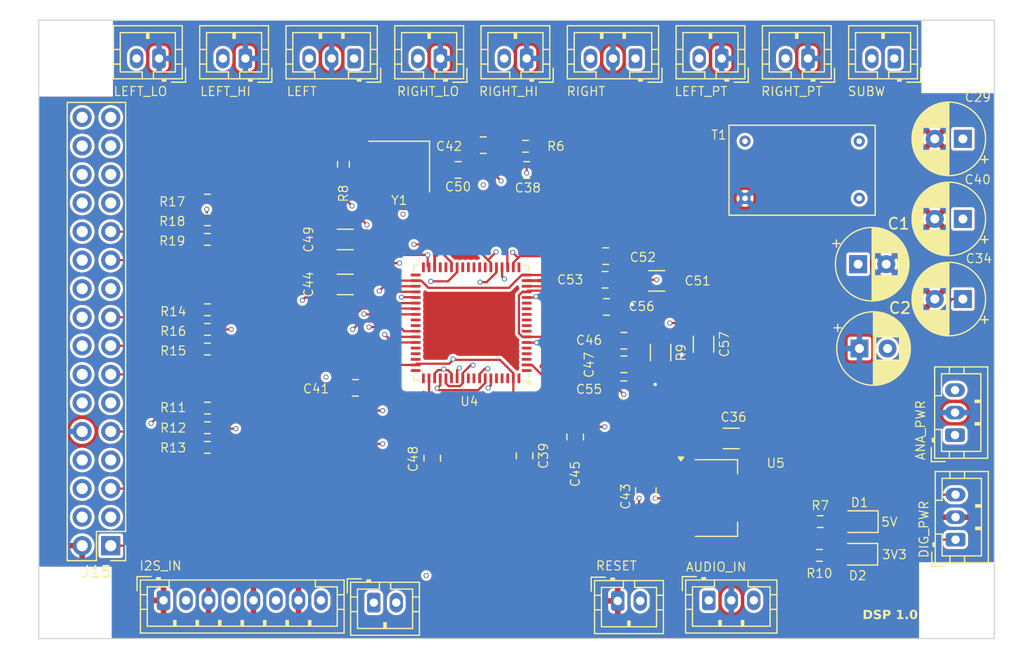
<source format=kicad_pcb>
(kicad_pcb (version 20240108) (generator "pcbnew") (generator_version "8.0")
  (layers (0 "F.Cu" signal) (1 "In1.Cu" signal) (2 "In2.Cu" signal) (31 "B.Cu" signal) (34 "B.Paste" user) (35 "F.Paste" user) (36 "B.SilkS" user "B.Silkscreen") (37 "F.SilkS" user "F.Silkscreen") (38 "B.Mask" user) (39 "F.Mask" user) (44 "Edge.Cuts" user))
  (net 0 "")
  (net 1 "RIGHT_IN")
  (net 2 "LEFT_IN")
  (net 3 "RESET")
  (net 4 "PLL_LF")
  (net 5 "AGND")
  (net 6 "GND")
  (net 7 "3V3")
  (net 8 "5V")
  (net 9 "Net-(D1-A)")
  (net 10 "Net-(D2-A)")
  (net 11 "SUBW_POS")
  (net 12 "SUBW_NEG")
  (net 13 "SDA")
  (net 14 "SCL")
  (net 15 "Net-(U4-LRCLK_OUT0{slash}MP4)")
  (net 16 "CLKOUT")
  (net 17 "LRCLK0")
  (net 18 "BCLK0")
  (net 19 "DATA0")
  (net 20 "LRCLK1")
  (net 21 "DATA1")
  (net 23 "BCLK1")
  (net 24 "DATA2")
  (net 25 "Net-(U4-BCLK_OUT0)")
  (net 26 "LRCLK2")
  (net 27 "BCLK2")
  (net 28 "3V3A")
  (net 32 "V-")
  (net 34 "RIGHT_TWEETER")
  (net 35 "LEFT_WOOFER")
  (net 36 "LEFT_TWEETER")
  (net 37 "RIGHT_WOOFER")
  (net 38 "Net-(U4-XTALIN{slash}MCLK)")
  (net 39 "Net-(C42-Pad1)")
  (net 40 "Net-(C47-Pad2)")
  (net 41 "Net-(U4-XTALOUT)")
  (net 43 "V+")
  (net 44 "SUBWOOFER")
  (net 45 "Net-(U4-SDATA_OUT0)")
  (net 50 "Net-(U4-LRCLK_OUT1{slash}MP5)")
  (net 56 "Net-(U4-BCLK_OUT1)")
  (net 57 "MCLK_IN")
  (net 60 "Net-(U4-SDATA_OUT1)")
  (net 61 "DATA_IN")
  (net 62 "Net-(U4-LRCLK_OUT2{slash}MP8)")
  (net 64 "BCLK_IN")
  (net 67 "Net-(U4-BCLK_OUT2)")
  (net 78 "Net-(U4-SDATA_OUT2)")
  (net 80 "EP")
  (net 81 "1V2")
  (net 82 "LRCLK_IN")
  (footprint "Capacitor_SMD:C_1206_3216Metric_Pad1.33x1.80mm_HandSolder" (layer "F.Cu") (at 86.6989 86.665 180)
    (property "Reference" "C44")
    (property "Value" "10U 10V")
  )
  (footprint "Resistor_SMD:R_0603_1608Metric_Pad0.98x0.95mm_HandSolder" (layer "F.Cu") (at 74.4364 79.165)
    (property "Reference" "R17")
    (property "Value" "22R")
  )
  (footprint "Connector_JST:JST_PH_B2B-PH-K_1x02_P2.00mm_Vertical" (layer "F.Cu") (at 77.8114 66.565 180)
    (property "Reference" "J2" (hide yes))
    (property "Value" "Conn_01x02_Pin")
  )
  (footprint "Connector_JST:JST_PH_B2B-PH-K_1x02_P2.00mm_Vertical" (layer "F.Cu") (at 110.9364 114.815)
    (property "Reference" "J13" (hide yes))
    (property "Value" "Conn_01x02_Pin")
  )
  (footprint "Resistor_SMD:R_0603_1608Metric_Pad0.98x0.95mm_HandSolder" (layer "F.Cu") (at 74.4364 80.9119)
    (property "Reference" "R18")
    (property "Value" "22R")
  )
  (footprint "Capacitor_SMD:C_0805_2012Metric_Pad1.18x1.45mm_HandSolder" (layer "F.Cu") (at 111.4689 95.985)
    (property "Reference" "C55")
    (property "Value" "0.1U")
  )
  (footprint "Capacitor_THT:CP_Radial_D6.3mm_P2.50mm" (layer "F.Cu") (at 132.3188 84.865)
    (property "Reference" "C1")
    (property "Value" "220u")
  )
  (footprint "Capacitor_SMD:C_0805_2012Metric_Pad1.18x1.45mm_HandSolder" (layer "F.Cu") (at 111.4863 93.7738)
    (property "Reference" "C47")
    (property "Value" "56N C0G")
  )
  (footprint "Connector_JST:JST_PH_B2B-PH-K_1x02_P2.00mm_Vertical" (layer "F.Cu") (at 89.2364 114.965)
    (property "Reference" "J11" (hide yes))
    (property "Value" "Conn_01x02_Male")
  )
  (footprint "MountingHole:MountingHole_3.2mm_M3" (layer "F.Cu") (at 61.9364 65.665)
    (property "Reference" "H1" (hide yes))
    (property "Value" "MountingHole")
  )
  (footprint "Capacitor_SMD:C_0805_2012Metric_Pad1.18x1.45mm_HandSolder" (layer "F.Cu") (at 98.9739 74.2775 180)
    (property "Reference" "C42")
    (property "Value" "22p")
  )
  (footprint "Resistor_SMD:R_0603_1608Metric_Pad0.98x0.95mm_HandSolder" (layer "F.Cu") (at 74.4364 101.1588)
    (property "Reference" "R13")
    (property "Value" "22R")
  )
  (footprint "MountingHole:MountingHole_3.2mm_M3" (layer "F.Cu") (at 141.9364 65.665)
    (property "Reference" "H2" (hide yes))
    (property "Value" "MountingHole")
  )
  (footprint "Capacitor_SMD:C_0805_2012Metric_Pad1.18x1.45mm_HandSolder" (layer "F.Cu") (at 102.8364 76.4775 180)
    (property "Reference" "C38")
    (property "Value" "22p")
  )
  (footprint "Custom:DA101C" (layer "F.Cu") (at 127.3364 76.465)
    (property "Reference" "T1")
    (property "Value" "Transformer_1P_1S")
  )
  (footprint "Resistor_SMD:R_1206_3216Metric_Pad1.30x1.75mm_HandSolder" (layer "F.Cu") (at 114.7489 92.7275 -90)
    (property "Reference" "R9")
    (property "Value" "475R")
  )
  (footprint "Capacitor_SMD:C_0805_2012Metric_Pad1.18x1.45mm_HandSolder" (layer "F.Cu") (at 109.9364 88.665)
    (property "Reference" "C56")
    (property "Value" "0.1U")
  )
  (footprint "Connector_JST:JST_PH_B2B-PH-K_1x02_P2.00mm_Vertical" (layer "F.Cu") (at 120.1864 66.565 180)
    (property "Reference" "J7" (hide yes))
    (property "Value" "Conn_01x02_Pin")
  )
  (footprint "Capacitor_THT:CP_Radial_D6.3mm_P2.50mm" (layer "F.Cu") (at 141.6364 73.715 180)
    (property "Reference" "C29")
    (property "Value" "220u")
  )
  (footprint "Connector_JST:JST_PH_B3B-PH-K_1x03_P2.00mm_Vertical" (layer "F.Cu") (at 119.0364 114.765)
    (property "Reference" "J12" (hide yes))
    (property "Value" "Conn_01x03_Pin")
  )
  (footprint "Capacitor_SMD:C_0805_2012Metric_Pad1.18x1.45mm_HandSolder" (layer "F.Cu") (at 109.8689 84.1475)
    (property "Reference" "C52")
    (property "Value" "0.1U")
  )
  (footprint "Resistor_SMD:R_0603_1608Metric_Pad0.98x0.95mm_HandSolder" (layer "F.Cu") (at 128.8739 110.765)
    (property "Reference" "R10")
    (property "Value" "75R")
  )
  (footprint "MountingHole:MountingHole_3.2mm_M3" (layer "F.Cu") (at 141.9364 115.665)
    (property "Reference" "H4" (hide yes))
    (property "Value" "MountingHole")
  )
  (footprint "Resistor_SMD:R_0603_1608Metric_Pad0.98x0.95mm_HandSolder" (layer "F.Cu") (at 74.4364 97.665)
    (property "Reference" "R11")
    (property "Value" "22R")
  )
  (footprint "Connector_JST:JST_PH_B3B-PH-K_1x03_P2.00mm_Vertical" (layer "F.Cu") (at 140.9364 100.065 90)
    (property "Reference" "J16" (hide yes))
    (property "Value" "Conn_01x03_Pin")
  )
  (footprint "Connector_JST:JST_PH_B3B-PH-K_1x03_P2.00mm_Vertical" (layer "F.Cu") (at 87.4864 66.565 180)
    (property "Reference" "J3" (hide yes))
    (property "Value" "Conn_01x03_Pin")
  )
  (footprint "Capacitor_SMD:C_1206_3216Metric_Pad1.33x1.80mm_HandSolder" (layer "F.Cu") (at 121.0364 100.365)
    (property "Reference" "C36")
    (property "Value" "10u")
  )
  (footprint "Capacitor_SMD:C_0805_2012Metric_Pad1.18x1.45mm_HandSolder" (layer "F.Cu") (at 107.1489 100.2275 -90)
    (property "Reference" "C45")
    (property "Value" "0.1U")
  )
  (footprint "Resistor_SMD:R_0603_1608Metric_Pad0.98x0.95mm_HandSolder" (layer "F.Cu") (at 74.4364 90.665)
    (property "Reference" "R16")
    (property "Value" "22R")
  )
  (footprint "Crystal:Crystal_SMD_3225-4Pin_3.2x2.5mm_HandSoldering" (layer "F.Cu") (at 91.4989 76.1775 180)
    (property "Reference" "Y1")
    (property "Value" "24.576Mhz")
  )
  (footprint "Resistor_SMD:R_0603_1608Metric_Pad0.98x0.95mm_HandSolder" (layer "F.Cu") (at 86.5364 75.9775 -90)
    (property "Reference" "R8")
    (property "Value" "4.7K")
  )
  (footprint "Capacitor_THT:CP_Radial_D6.3mm_P2.50mm" (layer "F.Cu") (at 132.4364 92.365)
    (property "Reference" "C2")
    (property "Value" "220u")
  )
  (footprint "Capacitor_SMD:C_1206_3216Metric_Pad1.33x1.80mm_HandSolder" (layer "F.Cu") (at 113.4364 105.465 -90)
    (property "Reference" "C43")
    (property "Value" "10u")
  )
  (footprint "Connector_JST:JST_PH_B8B-PH-K_1x08_P2.00mm_Vertical" (layer "F.Cu") (at 70.5364 114.765)
    (property "Reference" "J14" (hide yes))
    (property "Value" "Conn_01x08_Pin")
  )
  (footprint "Capacitor_SMD:C_1206_3216Metric_Pad1.33x1.80mm_HandSolder" (layer "F.Cu") (at 86.6989 82.665 180)
    (property "Reference" "C49")
    (property "Value" "10U 10V")
  )
  (footprint "Resistor_SMD:R_0603_1608Metric_Pad0.98x0.95mm_HandSolder" (layer "F.Cu") (at 74.4364 88.9181)
    (property "Reference" "R14")
    (property "Value" "22R")
  )
  (footprint "Capacitor_SMD:C_1206_3216Metric_Pad1.33x1.80mm_HandSolder" (layer "F.Cu") (at 118.5689 91.985 -90)
    (property "Reference" "C57")
    (property "Value" "10U")
  )
  (footprint "Capacitor_SMD:C_0805_2012Metric_Pad1.18x1.45mm_HandSolder" (layer "F.Cu") (at 109.8064 86.2475)
    (property "Reference" "C53")
    (property "Value" "0.1U")
  )
  (footprint "Connector_PinHeader_2.54mm:PinHeader_2x16_P2.54mm_Vertical" (layer "F.Cu") (at 65.8364 109.905 180)
    (property "Reference" "J15")
    (property "Value" "Conn_02x16_Odd_Even")
  )
  (footprint "Capacitor_SMD:C_0805_2012Metric_Pad1.18x1.45mm_HandSolder" (layer "F.Cu") (at 87.5989 95.865 180)
    (property "Reference" "C41")
    (property "Value" "0.1U")
  )
  (footprint "Connector_JST:JST_PH_B2B-PH-K_1x02_P2.00mm_Vertical" (layer "F.Cu") (at 70.1364 66.565 180)
    (property "Reference" "J1" (hide yes))
    (property "Value" "Conn_01x02_Pin")
  )
  (footprint "Resistor_SMD:R_0603_1608Metric_Pad0.98x0.95mm_HandSolder" (layer "F.Cu") (at 74.4364 82.6588)
    (property "Reference" "R19")
    (property "Value" "22R")
  )
  (footprint "Resistor_SMD:R_0603_1608Metric_Pad0.98x0.95mm_HandSolder" (layer "F.Cu") (at 74.4364 92.4119)
    (property "Reference" "R15")
    (property "Value" "22R")
  )
  (footprint "MountingHole:MountingHole_3.2mm_M3" (layer "F.Cu") (at 61.9364 115.665)
    (property "Reference" "H3" (hide yes))
    (property "Value" "MountingHole")
  )
  (footprint "Capacitor_THT:CP_Radial_D6.3mm_P2.50mm" (layer "F.Cu") (at 141.6364 80.84 180)
    (property "Reference" "C40")
    (property "Value" "220u")
  )
  (footprint "Resistor_SMD:R_0603_1608Metric_Pad0.98x0.95mm_HandSolder" (layer "F.Cu") (at 74.4364 99.4119)
    (property "Reference" "R12")
    (property "Value" "22R")
  )
  (footprint "Diode_SMD:D_0805_2012Metric" (layer "F.Cu") (at 132.3739 110.665 180)
    (property "Reference" "D2")
    (property "Value" "BLUE")
  )
  (footprint "Connector_JST:JST_PH_B3B-PH-K_1x03_P2.00mm_Vertical" (layer "F.Cu") (at 140.9864 109.365 90)
    (property "Reference" "J10" (hide yes))
    (property "Value" "Conn_01x03_Pin")
  )
  (footprint "Connector_JST:JST_PH_B3B-PH-K_1x03_P2.00mm_Vertical" (layer "F.Cu") (at 112.5114 66.565 180)
    (property "Reference" "J6" (hide yes))
    (property "Value" "Conn_01x03_Pin")
  )
  (footprint "Diode_SMD:D_0805_2012Metric" (layer "F.Cu") (at 132.4114 107.765 180)
    (property "Reference" "D1")
    (property "Value" "PURPLE")
  )
  (footprint "Capacitor_SMD:C_0805_2012Metric_Pad1.18x1.45mm_HandSolder" (layer "F.Cu") (at 94.4364 102.1275 -90)
    (property "Reference" "C48")
    (property "Value" "0.1U")
  )
  (footprint "Connector_JST:JST_PH_B2B-PH-K_1x02_P2.00mm_Vertical" (layer "F.Cu") (at 127.8614 66.565 180)
    (property "Reference" "J8" (hide yes))
    (property "Value" "Conn_01x02_Pin")
  )
  (footprint "Capacitor_SMD:C_0805_2012Metric_Pad1.18x1.45mm_HandSolder" (layer "F.Cu") (at 111.4863 91.6738)
    (property "Reference" "C46")
    (property "Value" "3.3N C0G")
  )
  (footprint "Capacitor_SMD:C_0805_2012Metric_Pad1.18x1.45mm_HandSolder" (layer "F.Cu") (at 102.6489 101.91 -90)
    (property "Reference" "C39")
    (property "Value" "0.1U")
  )
  (footprint "Capacitor_SMD:C_0805_2012Metric_Pad1.18x1.45mm_HandSolder" (layer "F.Cu") (at 96.7364 76.4775 180)
    (property "Reference" "C50")
    (property "Value" "0.1U")
  )
  (footprint "Capacitor_THT:CP_Radial_D6.3mm_P2.50mm" (layer "F.Cu") (at 141.6364 87.965 180)
    (property "Reference" "C34")
    (property "Value" "220u")
  )
  (footprint "Capacitor_SMD:C_1206_3216Metric_Pad1.33x1.80mm_HandSolder" (layer "F.Cu") (at 114.4064 86.3475)
    (property "Reference" "C51")
    (property "Value" "10U 10V")
  )
  (footprint "Package_TO_SOT_SMD:SOT-223-3_TabPin2" (layer "F.Cu") (at 119.6864 105.665)
    (property "Reference" "U5")
    (property "Value" "ZLDO1117QG33TA")
  )
  (footprint "Connector_JST:JST_PH_B2B-PH-K_1x02_P2.00mm_Vertical" (layer "F.Cu") (at 135.5364 66.565 180)
    (property "Reference" "J9" (hide yes))
    (property "Value" "Conn_01x02_Pin")
  )
  (footprint "Package_CSP:LFCSP-72-1EP_10x10mm_P0.5mm_EP5.3x5.3mm" (layer "F.Cu") (at 97.8989 90.0775 180)
    (property "Reference" "U4")
    (property "Value" "ADAU1452")
  )
  (footprint "Connector_JST:JST_PH_B2B-PH-K_1x02_P2.00mm_Vertical" (layer "F.Cu") (at 95.1614 66.565 180)
    (property "Reference" "J4" (hide yes))
    (property "Value" "Conn_01x02_Pin")
  )
  (footprint "Resistor_SMD:R_0603_1608Metric_Pad0.98x0.95mm_HandSolder" (layer "F.Cu") (at 102.7364 74.3775 180)
    (property "Reference" "R6")
    (property "Value" "100R")
  )
  (footprint "Connector_JST:JST_PH_B2B-PH-K_1x02_P2.00mm_Vertical" (layer "F.Cu") (at 102.8364 66.565 180)
    (property "Reference" "J5" (hide yes))
    (property "Value" "Conn_01x02_Pin")
  )
  (footprint "Resistor_SMD:R_0603_1608Metric_Pad0.98x0.95mm_HandSolder" (layer "F.Cu") (at 128.9489 107.765)
    (property "Reference" "R7")
    (property "Value" "300R")
  )
  (gr_line (start 59.4364 108.165) (end 59.4364 63.165) (stroke (width 0.1)) (layer "Edge.Cuts"))
  (gr_line (start 59.4364 118.165) (end 59.4364 108.165) (stroke (width 0.1)) (layer "Edge.Cuts"))
  (gr_line (start 144.4364 118.165) (end 144.4364 63.165) (stroke (width 0.1)) (layer "Edge.Cuts"))
  (gr_line (start 59.4364 63.165) (end 144.4364 63.165) (stroke (width 0.1)) (layer "Edge.Cuts"))
  (gr_line (start 59.4364 118.165) (end 144.4364 118.165) (stroke (width 0.1)) (layer "Edge.Cuts"))
  (gr_text "SUBW" (at 131.3364 69.965 0) (layer "F.SilkS") (effects (font (size 0.8 0.8) (thickness 0.1)) (justify left bottom)))
  (gr_text "DSP 1.0" (at 137.6364 116.565 0) (layer "F.SilkS") (effects (font (size 0.8 0.8) (thickness 0.1) (bold yes)) (justify right bottom)))
  (gr_text "LEFT" (at 81.4364 69.965 0) (layer "F.SilkS") (effects (font (size 0.8 0.8) (thickness 0.1)) (justify left bottom)))
  (gr_text "DIG_PWR" (at 138.6364 111.065 90) (layer "F.SilkS") (effects (font (size 0.8 0.8) (thickness 0.1)) (justify left bottom)))
  (gr_text "RIGHT_PT" (at 123.6364 69.965 0) (layer "F.SilkS") (effects (font (size 0.8 0.8) (thickness 0.1)) (justify left bottom)))
  (gr_text "RIGHT_LO" (at 91.2364 69.965 0) (layer "F.SilkS") (effects (font (size 0.8 0.8) (thickness 0.1)) (justify left bottom)))
  (gr_text "3V3" (at 134.3739 111.165 0) (layer "F.SilkS") (effects (font (size 0.8 0.8) (thickness 0.1)) (justify left bottom)))
  (gr_text "LEFT_HI" (at 73.7364 69.965 0) (layer "F.SilkS") (effects (font (size 0.8 0.8) (thickness 0.1)) (justify left bottom)))
  (gr_text "RIGHT_HI" (at 98.5364 69.965 0) (layer "F.SilkS") (effects (font (size 0.8 0.8) (thickness 0.1)) (justify left bottom)))
  (gr_text "AUDIO_IN" (at 116.9364 112.265 0) (layer "F.SilkS") (effects (font (size 0.8 0.8) (thickness 0.1)) (justify left bottom)))
  (gr_text "ANA_PWR" (at 138.3364 102.365 90) (layer "F.SilkS") (effects (font (size 0.8 0.8) (thickness 0.1)) (justify left bottom)))
  (gr_text "LEFT_PT" (at 115.9364 69.965 0) (layer "F.SilkS") (effects (font (size 0.8 0.8) (thickness 0.1)) (justify left bottom)))
  (gr_text "5V" (at 134.3114 108.265 0) (layer "F.SilkS") (effects (font (size 0.8 0.8) (thickness 0.1)) (justify left bottom)))
  (gr_text "RIGHT" (at 106.3364 69.965 0) (layer "F.SilkS") (effects (font (size 0.8 0.8) (thickness 0.1)) (justify left bottom)))
  (gr_text "I2S_IN" (at 68.3364 112.165 0) (layer "F.SilkS") (effects (font (size 0.8 0.8) (thickness 0.1)) (justify left bottom)))
  (gr_text "LEFT_LO" (at 66.0364 69.965 0) (layer "F.SilkS") (effects (font (size 0.8 0.8) (thickness 0.1)) (justify left bottom)))
  (gr_text "RESET" (at 108.9364 112.165 0) (layer "F.SilkS") (effects (font (size 0.8 0.8) (thickness 0.1)) (justify left bottom)))
  (segment (start 99.4002 84.495) (end 100.1216 83.7736) (width 0.2) (layer "F.Cu") (net 3))
  (segment (start 94.8481 79.9429) (end 89.5893 79.9429) (width 0.2) (layer "F.Cu") (net 3))
  (segment (start 89.5893 79.9429) (end 86.5364 76.89) (width 0.2) (layer "F.Cu") (net 3))
  (segment (start 99.6489 84.7437) (end 99.4002 84.495) (width 0.2) (layer "F.Cu") (net 3))
  (segment (start 99.4002 84.495) (end 94.8481 79.9429) (width 0.2) (layer "F.Cu") (net 3))
  (segment (start 99.6489 85.14) (end 99.6489 84.7437) (width 0.2) (layer "F.Cu") (net 3))
  (via (at 100.1216 83.7736) (size 0.45) (drill 0.3) (layers "F.Cu" "B.Cu") (net 3))
  (segment (start 108.5492 87.5801) (end 107.7966 86.8275) (width 0.2) (layer "F.Cu") (net 4))
  (segment (start 110.4488 93.7738) (end 110.4488 91.6738) (width 0.2) (layer "F.Cu") (net 4))
  (segment (start 110.4488 91.6738) (end 109.9364 91.1614) (width 0.2) (layer "F.Cu") (net 4))
  (segment (start 109.9364 88.1417) (end 109.3748 87.5801) (width 0.2) (layer "F.Cu") (net 4))
  (segment (start 109.3748 87.5801) (end 108.5492 87.5801) (width 0.2) (layer "F.Cu") (net 4))
  (segment (start 109.9364 91.1614) (end 109.9364 88.1417) (width 0.2) (layer "F.Cu") (net 4))
  (segment (start 107.7966 86.8275) (end 102.8364 86.8275) (width 0.2) (layer "F.Cu") (net 4))
  (segment (start 111.1819 88.457) (end 110.9739 88.665) (width 0.2) (layer "F.Cu") (net 5))
  (segment (start 102.8364 87.8275) (end 103.5828 87.8275) (width 0.2) (layer "F.Cu") (net 5))
  (segment (start 102.8502 91.8413) (end 103.7275 91.8413) (width 0.2) (layer "F.Cu") (net 5))
  (segment (start 117.8944 92.873) (end 118.5689 93.5475) (width 0.2) (layer "F.Cu") (net 5))
  (segment (start 116.628 92.873) (end 117.8944 92.873) (width 0.2) (layer "F.Cu") (net 5))
  (segment (start 114.2679 95.5567) (end 112.9347 95.5567) (width 0.2) (layer "F.Cu") (net 5))
  (segment (start 112.2413 88.457) (end 111.1819 88.457) (width 0.2) (layer "F.Cu") (net 5))
  (segment (start 112.9347 95.5567) (end 112.5064 95.985) (width 0.2) (layer "F.Cu") (net 5))
  (segment (start 102.8364 91.8275) (end 102.8502 91.8413) (width 0.2) (layer "F.Cu") (net 5))
  (segment (start 103.5828 87.8275) (end 103.6664 87.7439) (width 0.2) (layer "F.Cu") (net 5))
  (via (at 103.6664 87.7439) (size 0.45) (drill 0.3) (layers "F.Cu" "B.Cu") (net 5))
  (via (at 114.2679 95.5567) (size 0.45) (drill 0.3) (layers "F.Cu" "B.Cu") (net 5))
  (via (at 103.7275 91.8413) (size 0.45) (drill 0.3) (layers "F.Cu" "B.Cu") (net 5))
  (via (at 112.2413 88.457) (size 0.45) (drill 0.3) (layers "F.Cu" "B.Cu") (net 5))
  (via (at 116.628 92.873) (size 0.45) (drill 0.3) (layers "F.Cu" "B.Cu") (net 5))
  (segment (start 104.6156 101.7233) (end 107.1489 99.19) (width 0.2) (layer "F.Cu") (net 7))
  (segment (start 129.3614 109.365) (end 127.9614 110.765) (width 0.2) (layer "F.Cu") (net 7))
  (segment (start 102.8364 85.8275) (end 102.3975 85.8275) (width 0.2) (layer "F.Cu") (net 7))
  (segment (start 113.0201 86.5237) (end 112.8439 86.3475) (width 0.2) (layer "F.Cu") (net 7))
  (segment (start 93.4559 86.3275) (end 92.9614 86.3275) (width 0.2) (layer "F.Cu") (net 7))
  (segment (start 94.1489 100.8025) (end 94.4364 101.09) (width 0.2) (layer "F.Cu") (net 7))
  (segment (start 114.4064 86.249) (end 113.2948 86.249) (width 0.2) (layer "F.Cu") (net 7))
  (segment (start 107.2881 99.3292) (end 107.1489 99.19) (width 0.2) (layer "F.Cu") (net 7))
  (segment (start 85.6214 109.905) (end 94.4364 101.09) (width 0.2) (layer "F.Cu") (net 7))
  (segment (start 95.0697 101.7233) (end 104.6156 101.7233) (width 0.2) (layer "F.Cu") (net 7))
  (segment (start 109.79 85.2264) (end 108.7689 86.2475) (width 0.2) (layer "F.Cu") (net 7))
  (segment (start 65.8364 109.905) (end 85.6214 109.905) (width 0.2) (layer "F.Cu") (net 7))
  (segment (start 94.1489 95.015) (end 94.1489 100.8025) (width 0.2) (layer "F.Cu") (net 7))
  (segment (start 114.7489 91.1775) (end 113.0201 91.1775) (width 0.2) (layer "F.Cu") (net 7))
  (segment (start 113.0201 91.1775) (end 113.0201 86.5237) (width 0.2) (layer "F.Cu") (net 7))
  (segment (start 94.0959 86.9675) (end 93.4559 86.3275) (width 0.2) (layer "F.Cu") (net 7))
  (segment (start 112.8439 86.3475) (end 111.7228 85.2264) (width 0.2) (layer "F.Cu") (net 7))
  (segment (start 101.2575 86.9675) (end 94.0959 86.9675) (width 0.2) (layer "F.Cu") (net 7))
  (segment (start 113.0201 91.1775) (end 112.5238 91.6738) (width 0.2) (layer "F.Cu") (net 7))
  (segment (start 102.8364 93.8275) (end 103.2978 93.8275) (width 0.2) (layer "F.Cu") (net 7))
  (segment (start 109.7837 99.3292) (end 107.2881 99.3292) (width 0.2) (layer "F.Cu") (net 7))
  (segment (start 102.3975 85.8275) (end 101.2575 86.9675) (width 0.2) (layer "F.Cu") (net 7))
  (segment (start 140.9864 109.365) (end 129.3614 109.365) (width 0.2) (layer "F.Cu") (net 7))
  (segment (start 107.1489 97.6786) (end 107.1489 99.19) (width 0.2) (layer "F.Cu") (net 7))
  (segment (start 94.4364 101.09) (end 95.0697 101.7233) (width 0.2) (layer "F.Cu") (net 7))
  (segment (start 103.2978 93.8275) (end 107.1489 97.6786) (width 0.2) (layer "F.Cu") (net 7))
  (segment (start 92.9614 86.3275) (end 88.5989 86.3275) (width 0.2) (layer "F.Cu") (net 7))
  (segment (start 108.3489 85.8275) (end 102.8364 85.8275) (width 0.2) (layer "F.Cu") (net 7))
  (segment (start 108.7689 86.2475) (end 108.3489 85.8275) (width 0.2) (layer "F.Cu") (net 7))
  (segment (start 111.7228 85.2264) (end 109.79 85.2264) (width 0.2) (layer "F.Cu") (net 7))
  (segment (start 113.2948 86.249) (end 113.0201 86.5237) (width 0.2) (layer "F.Cu") (net 7))
  (segment (start 88.5989 86.3275) (end 88.2614 86.665) (width 0.2) (layer "F.Cu") (net 7))
  (via (at 114.4064 86.249) (size 0.45) (drill 0.3) (layers "F.Cu" "B.Cu") (net 7))
  (via (at 109.7837 99.3292) (size 0.45) (drill 0.3) (layers "F.Cu" "B.Cu") (net 7))
  (segment (start 127.8364 107.965) (end 128.0364 107.765) (width 0.2) (layer "F.Cu") (net 8))
  (segment (start 130.4364 105.365) (end 128.0364 107.765) (width 0.2) (layer "F.Cu") (net 8))
  (segment (start 112.8411 105.6905) (end 112.8411 106.4322) (width 0.2) (layer "F.Cu") (net 8))
  (segment (start 112.8411 106.4322) (end 113.4364 107.0275) (width 0.2) (layer "F.Cu") (net 8))
  (segment (start 116.5364 107.965) (end 127.8364 107.965) (width 0.2) (layer "F.Cu") (net 8))
  (segment (start 113.4364 107.0275) (end 114.3739 107.965) (width 0.2) (layer "F.Cu") (net 8))
  (segment (start 114.3739 107.965) (end 116.5364 107.965) (width 0.2) (layer "F.Cu") (net 8))
  (segment (start 140.9864 105.365) (end 130.4364 105.365) (width 0.2) (layer "F.Cu") (net 8))
  (via (at 112.8411 105.6905) (size 0.45) (drill 0.3) (layers "F.Cu" "B.Cu") (net 8))
  (segment (start 131.4739 107.765) (end 129.8614 107.765) (width 0.2) (layer "F.Cu") (net 9))
  (segment (start 131.4364 110.665) (end 129.8864 110.665) (width 0.2) (layer "F.Cu") (net 10))
  (segment (start 129.8864 110.665) (end 129.7864 110.765) (width 0.2) (layer "F.Cu") (net 10))
  (segment (start 95.8288 86.39) (end 94.3046 86.39) (width 0.2) (layer "F.Cu") (net 13))
  (segment (start 96.6489 85.5699) (end 95.8288 86.39) (width 0.2) (layer "F.Cu") (net 13))
  (segment (start 96.6489 85.14) (end 96.6489 85.5699) (width 0.2) (layer "F.Cu") (net 13))
  (via (at 94.3046 86.39) (size 0.45) (drill 0.3) (layers "F.Cu" "B.Cu") (net 13))
  (segment (start 96.1489 84.7121) (end 94.5428 83.106) (width 0.2) (layer "F.Cu") (net 14))
  (segment (start 94.5428 83.106) (end 92.7989 83.106) (width 0.2) (layer "F.Cu") (net 14))
  (segment (start 96.1489 85.14) (end 96.1489 84.7121) (width 0.2) (layer "F.Cu") (net 14))
  (via (at 92.7989 83.106) (size 0.45) (drill 0.3) (layers "F.Cu" "B.Cu") (net 14))
  (segment (start 89.7206 87.249) (end 90.1421 86.8275) (width 0.2) (layer "F.Cu") (net 15))
  (segment (start 90.1421 86.8275) (end 92.9614 86.8275) (width 0.2) (layer "F.Cu") (net 15))
  (segment (start 75.3489 97.665) (end 75.5749 97.891) (width 0.2) (layer "F.Cu") (net 15))
  (segment (start 75.5749 97.891) (end 90.0311 97.891) (width 0.2) (layer "F.Cu") (net 15))
  (via (at 89.7206 87.249) (size 0.45) (drill 0.3) (layers "F.Cu" "B.Cu") (net 15))
  (via (at 90.0311 97.891) (size 0.45) (drill 0.3) (layers "F.Cu" "B.Cu") (net 15))
  (segment (start 98.6908 86.4653) (end 99.2727 86.4653) (width 0.2) (layer "F.Cu") (net 16))
  (segment (start 99.2727 86.4653) (end 100.1489 85.5891) (width 0.2) (layer "F.Cu") (net 16))
  (segment (start 100.1489 85.5891) (end 100.1489 85.14) (width 0.2) (layer "F.Cu") (net 16))
  (via (at 98.6908 86.4653) (size 0.45) (drill 0.3) (layers "F.Cu" "B.Cu") (net 16))
  (segment (start 69.4259 99.019) (end 70.7799 97.665) (width 0.2) (layer "F.Cu") (net 17))
  (segment (start 70.7799 97.665) (end 73.5239 97.665) (width 0.2) (layer "F.Cu") (net 17))
  (via (at 69.4259 99.019) (size 0.45) (drill 0.3) (layers "F.Cu" "B.Cu") (net 17))
  (segment (start 71.0386 104.825) (end 74.2653 101.5983) (width 0.2) (layer "F.Cu") (net 18))
  (segment (start 74.2653 100.1533) (end 73.5239 99.4119) (width 0.2) (layer "F.Cu") (net 18))
  (segment (start 74.2653 101.5983) (end 74.2653 100.1533) (width 0.2) (layer "F.Cu") (net 18))
  (segment (start 65.8364 104.825) (end 71.0386 104.825) (width 0.2) (layer "F.Cu") (net 18))
  (segment (start 72.1101 99.745) (end 73.5239 101.1588) (width 0.2) (layer "F.Cu") (net 19))
  (segment (start 65.8364 99.745) (end 72.1101 99.745) (width 0.2) (layer "F.Cu") (net 19))
  (segment (start 67.3946 91.6685) (end 66.9381 92.125) (width 0.2) (layer "F.Cu") (net 20))
  (segment (start 73.5239 88.9181) (end 74.2891 89.6833) (width 0.2) (layer "F.Cu") (net 20))
  (segment (start 73.7599 91.6685) (end 67.3946 91.6685) (width 0.2) (layer "F.Cu") (net 20))
  (segment (start 74.2891 91.1393) (end 73.7599 91.6685) (width 0.2) (layer "F.Cu") (net 20))
  (segment (start 74.2891 89.6833) (end 74.2891 91.1393) (width 0.2) (layer "F.Cu") (net 20))
  (segment (start 65.8364 92.125) (end 66.9381 92.125) (width 0.2) (layer "F.Cu") (net 20))
  (segment (start 65.8364 89.585) (end 72.4439 89.585) (width 0.2) (layer "F.Cu") (net 21))
  (segment (start 72.4439 89.585) (end 73.5239 90.665) (width 0.2) (layer "F.Cu") (net 21))
  (segment (start 65.8364 94.665) (end 71.2708 94.665) (width 0.2) (layer "F.Cu") (net 23))
  (segment (start 71.2708 94.665) (end 73.5239 92.4119) (width 0.2) (layer "F.Cu") (net 23))
  (segment (start 74.3841 81.7986) (end 74.3841 79.9861) (width 0.2) (layer "F.Cu") (net 24))
  (segment (start 73.5239 82.6588) (end 74.3841 81.7986) (width 0.2) (layer "F.Cu") (net 24))
  (via (at 74.3841 79.9861) (size 0.45) (drill 0.3) (layers "F.Cu" "B.Cu") (net 24))
  (segment (start 90.9156 87.3197) (end 90.4078 87.8275) (width 0.2) (layer "F.Cu") (net 25))
  (segment (start 83.1301 87.8275) (end 82.8785 88.0791) (width 0.2) (layer "F.Cu") (net 25))
  (segment (start 92.9536 87.3197) (end 90.9156 87.3197) (width 0.2) (layer "F.Cu") (net 25))
  (segment (start 75.434 99.497) (end 75.3489 99.4119) (width 0.2) (layer "F.Cu") (net 25))
  (segment (start 76.9643 99.497) (end 75.434 99.497) (width 0.2) (layer "F.Cu") (net 25))
  (segment (start 92.9614 87.3275) (end 92.9536 87.3197) (width 0.2) (layer "F.Cu") (net 25))
  (segment (start 90.4078 87.8275) (end 83.1301 87.8275) (width 0.2) (layer "F.Cu") (net 25))
  (via (at 82.8785 88.0791) (size 0.45) (drill 0.3) (layers "F.Cu" "B.Cu") (net 25))
  (via (at 76.9643 99.497) (size 0.45) (drill 0.3) (layers "F.Cu" "B.Cu") (net 25))
  (segment (start 65.8364 81.965) (end 70.7239 81.965) (width 0.2) (layer "F.Cu") (net 26))
  (segment (start 70.7239 81.965) (end 73.5239 79.165) (width 0.2) (layer "F.Cu") (net 26))
  (segment (start 65.8364 84.505) (end 69.9308 84.505) (width 0.2) (layer "F.Cu") (net 27))
  (segment (start 69.9308 84.505) (end 73.5239 80.9119) (width 0.2) (layer "F.Cu") (net 27))
  (segment (start 110.4417 95.9747) (end 110.4314 95.985) (width 0.2) (layer "F.Cu") (net 28))
  (segment (start 102.8364 91.3274) (end 102.454 91.3274) (width 0.2) (layer "F.Cu") (net 28))
  (segment (start 116.5109 105.6905) (end 116.5364 105.665) (width 0.2) (layer "F.Cu") (net 28))
  (segment (start 102.8364 87.3275) (end 102.9411 87.2228) (width 0.2) (layer "F.Cu") (net 28))
  (segment (start 102.8364 91.3275) (end 105.7739 91.3275) (width 0.2) (layer "F.Cu") (net 28))
  (segment (start 122.5989 105.665) (end 122.5989 100.365) (width 0.2) (layer "F.Cu") (net 28))
  (segment (start 102.454 87.3275) (end 102.8364 87.3275) (width 0.2) (layer "F.Cu") (net 28))
  (segment (start 102.147 87.6345) (end 102.454 87.3275) (width 0.2) (layer "F.Cu") (net 28))
  (segment (start 122.5989 105.665) (end 116.5364 105.665) (width 0.2) (layer "F.Cu") (net 28))
  (segment (start 110.9956 95.9747) (end 110.4417 95.9747) (width 0.2) (layer "F.Cu") (net 28))
  (segment (start 118.2453 90.0989) (end 118.5689 90.4225) (width 0.2) (layer "F.Cu") (net 28))
  (segment (start 102.147 91.0204) (end 102.147 87.6345) (width 0.2) (layer "F.Cu") (net 28))
  (segment (start 141.6364 87.965) (end 140.5847 87.965) (width 0.2) (layer "F.Cu") (net 28))
  (segment (start 115.5697 90.0989) (end 118.2453 90.0989) (width 0.2) (layer "F.Cu") (net 28))
  (segment (start 138.2587 90.4225) (end 118.5689 90.4225) (width 0.2) (layer "F.Cu") (net 28))
  (segment (start 107.4567 87.2228) (end 108.8989 88.665) (width 0.2) (layer "F.Cu") (net 28))
  (segment (start 114.2679 105.6905) (end 116.5109 105.6905) (width 0.2) (layer "F.Cu") (net 28))
  (segment (start 102.454 91.3274) (end 102.147 91.0204) (width 0.2) (layer "F.Cu") (net 28))
  (segment (start 140.5847 87.965) (end 140.5847 88.0965) (width 0.2) (layer "F.Cu") (net 28))
  (segment (start 102.8364 91.3275) (end 102.8364 91.3274) (width 0.2) (layer "F.Cu") (net 28))
  (segment (start 102.9411 87.2228) (end 107.4567 87.2228) (width 0.2) (layer "F.Cu") (net 28))
  (segment (start 140.5847 88.0965) (end 138.2587 90.4225) (width 0.2) (layer "F.Cu") (net 28))
  (segment (start 122.8364 105.665) (end 122.5989 105.665) (width 0.2) (layer "F.Cu") (net 28))
  (segment (start 105.7739 91.3275) (end 110.4314 95.985) (width 0.2) (layer "F.Cu") (net 28))
  (segment (start 111.4689 96.448) (end 110.9956 95.9747) (width 0.2) (layer "F.Cu") (net 28))
  (via (at 111.4689 96.448) (size 0.45) (drill 0.3) (layers "F.Cu" "B.Cu") (net 28))
  (via (at 114.2679 105.6905) (size 0.45) (drill 0.3) (layers "F.Cu" "B.Cu") (net 28))
  (via (at 115.5697 90.0989) (size 0.45) (drill 0.3) (layers "F.Cu" "B.Cu") (net 28))
  (via (at 98.9731 77.807) (size 0.45) (drill 0.3) (layers "F.Cu" "B.Cu") (net 34))
  (via (at 91.8469 80.4196) (size 0.45) (drill 0.3) (layers "F.Cu" "B.Cu") (net 37))
  (segment (start 101.1489 85.14) (end 101.1159 85.107) (width 0.2) (layer "F.Cu") (net 38))
  (segment (start 101.1159 78.4792) (end 101.8722 78.4792) (width 0.2) (layer "F.Cu") (net 38))
  (segment (start 90.0489 77.3275) (end 90.0489 78.4792) (width 0.2) (layer "F.Cu") (net 38))
  (segment (start 101.1159 85.107) (end 101.1159 78.4792) (width 0.2) (layer "F.Cu") (net 38))
  (segment (start 101.8722 78.4792) (end 103.8739 76.4775) (width 0.2) (layer "F.Cu") (net 38))
  (segment (start 90.0489 78.4792) (end 101.1159 78.4792) (width 0.2) (layer "F.Cu") (net 38))
  (segment (start 100.1114 74.3775) (end 100.0114 74.2775) (width 0.2) (layer "F.Cu") (net 39))
  (segment (start 98.9673 75.3216) (end 100.0114 74.2775) (width 0.2) (layer "F.Cu") (net 39))
  (segment (start 94.2506 75.0275) (end 94.5447 75.3216) (width 0.2) (layer "F.Cu") (net 39))
  (segment (start 94.5447 75.3216) (end 98.9673 75.3216) (width 0.2) (layer "F.Cu") (net 39))
  (segment (start 101.8239 74.3775) (end 100.1114 74.3775) (width 0.2) (layer "F.Cu") (net 39))
  (segment (start 92.9489 75.0275) (end 94.2506 75.0275) (width 0.2) (layer "F.Cu") (net 39))
  (segment (start 114.2452 93.7738) (end 112.5238 93.7738) (width 0.2) (layer "F.Cu") (net 40))
  (segment (start 114.7489 94.2775) (end 114.2452 93.7738) (width 0.2) (layer "F.Cu") (net 40))
  (segment (start 100.6489 85.9726) (end 100.6489 85.14) (width 0.2) (layer "F.Cu") (net 41))
  (segment (start 103.6489 74.3775) (end 102.8364 75.19) (width 0.2) (layer "F.Cu") (net 41))
  (segment (start 102.8364 75.19) (end 102.8364 76.7582) (width 0.2) (layer "F.Cu") (net 41))
  (segment (start 100.8573 86.181) (end 100.6489 85.9726) (width 0.2) (layer "F.Cu") (net 41))
  (via (at 100.8573 86.181) (size 0.45) (drill 0.3) (layers "F.Cu" "B.Cu") (net 41))
  (via (at 102.8364 76.7582) (size 0.45) (drill 0.3) (layers "F.Cu" "B.Cu") (net 41))
  (segment (start 75.3489 101.1588) (end 75.6656 100.8421) (width 0.2) (layer "F.Cu") (net 45))
  (segment (start 92.9303 87.7964) (end 92.9614 87.8275) (width 0.2) (layer "F.Cu") (net 45))
  (segment (start 91.7054 87.7964) (end 92.9303 87.7964) (width 0.2) (layer "F.Cu") (net 45))
  (segment (start 75.6656 100.8421) (end 90.0311 100.8421) (width 0.2) (layer "F.Cu") (net 45))
  (via (at 90.0311 100.8421) (size 0.45) (drill 0.3) (layers "F.Cu" "B.Cu") (net 45))
  (via (at 91.7054 87.7964) (size 0.45) (drill 0.3) (layers "F.Cu" "B.Cu") (net 45))
  (segment (start 75.3489 88.9181) (end 83.0278 88.9181) (width 0.2) (layer "F.Cu") (net 50))
  (segment (start 83.0278 88.9181) (end 83.6184 88.3275) (width 0.2) (layer "F.Cu") (net 50))
  (segment (start 83.6184 88.3275) (end 92.9614 88.3275) (width 0.2) (layer "F.Cu") (net 50))
  (segment (start 88.167 88.8089) (end 84.564 92.4119) (width 0.2) (layer "F.Cu") (net 56))
  (segment (start 84.564 92.4119) (end 75.3489 92.4119) (width 0.2) (layer "F.Cu") (net 56))
  (segment (start 92.9428 88.8089) (end 88.167 88.8089) (width 0.2) (layer "F.Cu") (net 56))
  (segment (start 92.9614 88.8275) (end 92.9428 88.8089) (width 0.2) (layer "F.Cu") (net 56))
  (segment (start 88.4062 89.3275) (end 88.3643 89.2856) (width 0.2) (layer "F.Cu") (net 60))
  (segment (start 92.9614 89.3275) (end 88.4062 89.3275) (width 0.2) (layer "F.Cu") (net 60))
  (segment (start 76.5553 90.665) (end 75.3489 90.665) (width 0.2) (layer "F.Cu") (net 60))
  (via (at 76.5553 90.665) (size 0.45) (drill 0.3) (layers "F.Cu" "B.Cu") (net 60))
  (via (at 88.3643 89.2856) (size 0.45) (drill 0.3) (layers "F.Cu" "B.Cu") (net 60))
  (segment (start 96.8865 95.7149) (end 95.9011 95.7149) (width 0.2) (layer "F.Cu") (net 61))
  (segment (start 97.8542 93.8495) (end 97.1489 94.5548) (width 0.2) (layer "F.Cu") (net 61))
  (segment (start 95.6489 95.4627) (end 95.6489 95.015) (width 0.2) (layer "F.Cu") (net 61))
  (segment (start 97.1489 95.4525) (end 96.8865 95.7149) (width 0.2) (layer "F.Cu") (net 61))
  (segment (start 97.1489 95.015) (end 97.1489 95.4525) (width 0.2) (layer "F.Cu") (net 61))
  (segment (start 98.0677 93.8495) (end 97.8542 93.8495) (width 0.2) (layer "F.Cu") (net 61))
  (segment (start 99.4112 95.8748) (end 99.6489 95.6371) (width 0.2) (layer "F.Cu") (net 61))
  (segment (start 99.6489 95.6371) (end 99.6489 95.015) (width 0.2) (layer "F.Cu") (net 61))
  (segment (start 95.9011 95.7149) (end 95.6489 95.4627) (width 0.2) (layer "F.Cu") (net 61))
  (segment (start 97.1489 94.5548) (end 97.1489 95.015) (width 0.2) (layer "F.Cu") (net 61))
  (via (at 98.0677 93.8495) (size 0.45) (drill 0.3) (layers "F.Cu" "B.Cu") (net 61))
  (via (at 99.4112 95.8748) (size 0.45) (drill 0.3) (layers "F.Cu" "B.Cu") (net 61))
  (segment (start 87.3627 90.665) (end 88.0671 89.9606) (width 0.2) (layer "F.Cu") (net 62))
  (segment (start 91.0674 89.9606) (end 91.9343 90.8275) (width 0.2) (layer "F.Cu") (net 62))
  (segment (start 91.9343 90.8275) (end 92.9614 90.8275) (width 0.2) (layer "F.Cu") (net 62))
  (segment (start 88.0671 89.9606) (end 91.0674 89.9606) (width 0.2) (layer "F.Cu") (net 62))
  (segment (start 86.7882 79.165) (end 87.3054 79.6822) (width 0.2) (layer "F.Cu") (net 62))
  (segment (start 75.3489 79.165) (end 86.7882 79.165) (width 0.2) (layer "F.Cu") (net 62))
  (via (at 87.3627 90.665) (size 0.45) (drill 0.3) (layers "F.Cu" "B.Cu") (net 62))
  (via (at 87.3054 79.6822) (size 0.45) (drill 0.3) (layers "F.Cu" "B.Cu") (net 62))
  (segment (start 95.4646 94.1958) (end 95.4646 94.286) (width 0.2) (layer "F.Cu") (net 64))
  (segment (start 95.8271 94.286) (end 95.4646 94.286) (width 0.2) (layer "F.Cu") (net 64))
  (segment (start 99.1151 94.1665) (end 99.376 94.1665) (width 0.2) (layer "F.Cu") (net 64))
  (segment (start 98.6489 94.6327) (end 99.1151 94.1665) (width 0.2) (layer "F.Cu") (net 64))
  (segment (start 96.1489 94.6078) (end 95.8271 94.286) (width 0.2) (layer "F.Cu") (net 64))
  (segment (start 96.1489 95.015) (end 96.1489 94.6078) (width 0.2) (layer "F.Cu") (net 64))
  (segment (start 98.6489 95.015) (end 98.6489 94.6327) (width 0.2) (layer "F.Cu") (net 64))
  (segment (start 94.6489 94.5851) (end 94.6489 95.015) (width 0.2) (layer "F.Cu") (net 64))
  (segment (start 95.4646 94.286) (end 94.948 94.286) (width 0.2) (layer "F.Cu") (net 64))
  (segment (start 94.948 94.286) (end 94.6489 94.5851) (width 0.2) (layer "F.Cu") (net 64))
  (via (at 84.9862 94.906) (size 0.45) (drill 0.3) (layers "F.Cu" "B.Cu") (net 64))
  (via (at 95.4646 94.1958) (size 0.45) (drill 0.3) (layers "F.Cu" "B.Cu") (net 64))
  (via (at 99.376 94.1665) (size 0.45) (drill 0.3) (layers "F.Cu" "B.Cu") (net 64))
  (segment (start 91.6424 91.3275) (end 92.9614 91.3275) (width 0.2) (layer "F.Cu") (net 67))
  (segment (start 88.179 80.9119) (end 88.6307 81.3636) (width 0.2) (layer "F.Cu") (net 67))
  (segment (start 75.3489 80.9119) (end 88.179 80.9119) (width 0.2) (layer "F.Cu") (net 67))
  (segment (start 88.8101 90.4636) (end 90.7785 90.4636) (width 0.2) (layer "F.Cu") (net 67))
  (segment (start 90.7785 90.4636) (end 91.6424 91.3275) (width 0.2) (layer "F.Cu") (net 67))
  (via (at 88.6307 81.3636) (size 0.45) (drill 0.3) (layers "F.Cu" "B.Cu") (net 67))
  (via (at 88.8101 90.4636) (size 0.45) (drill 0.3) (layers "F.Cu" "B.Cu") (net 67))
  (segment (start 77.4592 84.7691) (end 91.5277 84.7691) (width 0.2) (layer "F.Cu") (net 78))
  (segment (start 92.9614 91.8275) (end 90.9206 91.8275) (width 0.2) (layer "F.Cu") (net 78))
  (segment (start 90.9206 91.8275) (end 90.2064 91.1133) (width 0.2) (layer "F.Cu") (net 78))
  (segment (start 75.3489 82.6588) (end 77.4592 84.7691) (width 0.2) (layer "F.Cu") (net 78))
  (via (at 91.5277 84.7691) (size 0.45) (drill 0.3) (layers "F.Cu" "B.Cu") (net 78))
  (via (at 90.2064 91.1133) (size 0.45) (drill 0.3) (layers "F.Cu" "B.Cu") (net 78))
  (segment (start 93.0698 93.7191) (end 95.9436 93.7191) (width 0.2) (layer "F.Cu") (net 81))
  (segment (start 102.6489 100.8725) (end 101.6489 99.8725) (width 0.2) (layer "F.Cu") (net 81))
  (segment (start 94.0284 84.0427) (end 89.6391 84.0427) (width 0.2) (layer "F.Cu") (net 81))
  (segment (start 101.6489 95.015) (end 101.6489 94.5696) (width 0.2) (layer "F.Cu") (net 81))
  (segment (start 101.6489 84.7327) (end 102.0773 84.3043) (width 0.2) (layer "F.Cu") (net 81))
  (segment (start 101.6489 99.8725) (end 101.6489 95.015) (width 0.2) (layer "F.Cu") (net 81))
  (segment (start 95.9436 93.7191) (end 96.2899 93.3728) (width 0.2) (layer "F.Cu") (net 81))
  (segment (start 102.0773 84.3043) (end 102.2341 84.1475) (width 0.2) (layer "F.Cu") (net 81))
  (segment (start 101.5926 83.8196) (end 102.0773 84.3043) (width 0.2) (layer "F.Cu") (net 81))
  (segment (start 101.6489 85.14) (end 101.6489 84.7327) (width 0.2) (layer "F.Cu") (net 81))
  (segment (start 89.6391 84.0427) (end 88.2614 82.665) (width 0.2) (layer "F.Cu") (net 81))
  (segment (start 90.6739 93.8275) (end 88.6364 95.865) (width 0.2) (layer "F.Cu") (net 81))
  (segment (start 94.0284 85.0195) (end 94.1489 85.14) (width 0.2) (layer "F.Cu") (net 81))
  (segment (start 97.7739 76.4775) (end 99.5837 76.4775) (width 0.2) (layer "F.Cu") (net 81))
  (segment (start 94.0284 84.0427) (end 94.0284 85.0195) (width 0.2) (layer "F.Cu") (net 81))
  (segment (start 99.5837 76.4775) (end 100.5666 77.4604) (width 0.2) (layer "F.Cu") (net 81))
  (segment (start 92.9614 93.8275) (end 93.0698 93.7191) (width 0.2) (layer "F.Cu") (net 81))
  (segment (start 100.4521 93.3728) (end 96.2899 93.3728) (width 0.2) (layer "F.Cu") (net 81))
  (segment (start 92.9614 93.8275) (end 90.6739 93.8275) (width 0.2) (layer "F.Cu") (net 81))
  (segment (start 96.2899 93.3728) (end 96.2899 93.311) (width 0.2) (layer "F.Cu") (net 81))
  (segment (start 101.6489 94.5696) (end 100.4521 93.3728) (width 0.2) (layer "F.Cu") (net 81))
  (segment (start 102.2341 84.1475) (end 108.8314 84.1475) (width 0.2) (layer "F.Cu") (net 81))
  (via (at 94.0284 84.0427) (size 0.45) (drill 0.3) (layers "F.Cu" "B.Cu") (net 81))
  (via (at 96.2899 93.311) (size 0.45) (drill 0.3) (layers "F.Cu" "B.Cu") (net 81))
  (via (at 100.5666 77.4604) (size 0.45) (drill 0.3) (layers "F.Cu" "B.Cu") (net 81))
  (via (at 101.5926 83.8196) (size 0.45) (drill 0.3) (layers "F.Cu" "B.Cu") (net 81))
  (segment (start 94.8773 95.9065) (end 95.0377 96.0669) (width 0.2) (layer "F.Cu") (net 82))
  (segment (start 96.6489 95.015) (end 96.6489 94.3027) (width 0.2) (layer "F.Cu") (net 82))
  (segment (start 96.6489 94.3027) (end 96.8517 94.0999) (width 0.2) (layer "F.Cu") (net 82))
  (segment (start 98.5122 96.0669) (end 99.1489 95.4302) (width 0.2) (layer "F.Cu") (net 82))
  (segment (start 99.1489 95.4302) (end 99.1489 95.015) (width 0.2) (layer "F.Cu") (net 82))
  (segment (start 95.1489 95.6349) (end 95.1489 95.015) (width 0.2) (layer "F.Cu") (net 82))
  (segment (start 94.8773 95.9065) (end 95.1489 95.6349) (width 0.2) (layer "F.Cu") (net 82))
  (segment (start 95.0377 96.0669) (end 98.5122 96.0669) (width 0.2) (layer "F.Cu") (net 82))
  (via (at 96.8517 94.0999) (size 0.45) (drill 0.3) (layers "F.Cu" "B.Cu") (net 82))
  (via (at 93.9027 112.5587) (size 0.45) (drill 0.3) (layers "F.Cu" "B.Cu") (net 82))
  (via (at 94.8773 95.9065) (size 0.45) (drill 0.3) (layers "F.Cu" "B.Cu") (net 82))
  (zone (net 80) (net_name "EP") (layers "F.Cu" "In1.Cu" "In2.Cu" "B.Cu") (priority 1) (connect_pads (clearance 0.25)) (min_thickness 0.25) (fill yes (thermal_gap 0.5) (thermal_bridge_width 0.5))
    (polygon (pts (xy 103.6614 95.9275) (xy 91.9614 95.9275) (xy 91.9614 84.4275) (xy 92.0614 84.3275) (xy 103.8614 84.3275) (xy 103.8614 95.7275)))
  )
  (zone (net 6) (net_name "GND") (layers "F.Cu" "In2.Cu") (connect_pads (clearance 0.25)) (min_thickness 0.25) (fill yes (thermal_gap 0.5) (thermal_bridge_width 0.5))
    (polygon (pts (xy 137.9364 69.665) (xy 145.4364 69.665) (xy 145.4364 111.365) (xy 137.7364 111.365) (xy 137.7364 119.365) (xy 65.9364 119.365) (xy 65.9364 111.765) (xy 58.0364 111.765) (xy 58.0364 69.965) (xy 66.0364 69.965) (xy 66.0364 61.365) (xy 137.9364 61.365)))
  )
  (zone (net 5) (net_name "AGND") (layers "In1.Cu" "B.Cu") (connect_pads (clearance 0.25)) (min_thickness 0.25) (fill yes (thermal_gap 0.5) (thermal_bridge_width 0.5))
    (polygon (pts (xy 137.9364 69.665) (xy 145.4364 69.665) (xy 145.4364 111.365) (xy 137.7364 111.365) (xy 137.7364 119.365) (xy 65.9364 119.365) (xy 65.9364 111.765) (xy 58.0364 111.765) (xy 58.0364 69.965) (xy 66.0364 69.965) (xy 66.0364 61.365) (xy 137.9364 61.365)))
  )
)
</source>
